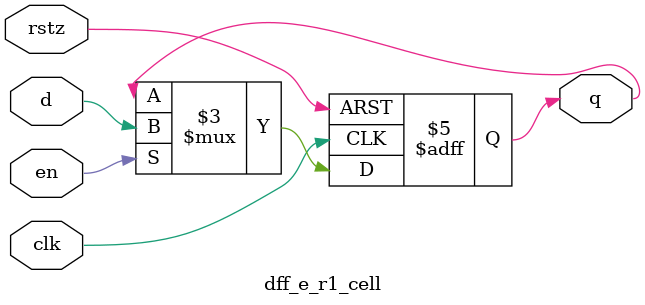
<source format=v>
module dff_e_r1_cell #(parameter DW=1)
( rstz, clk, en, d, q );
input rstz, clk, en;
input [DW-1:0] d;
output [DW-1:0] q;

reg [DW-1:0] q;
always @(posedge clk or negedge rstz)
  begin
    if (~rstz)
      q <= {DW{1'b1}};
    else if (en)
      q <= d;
  end
endmodule

</source>
